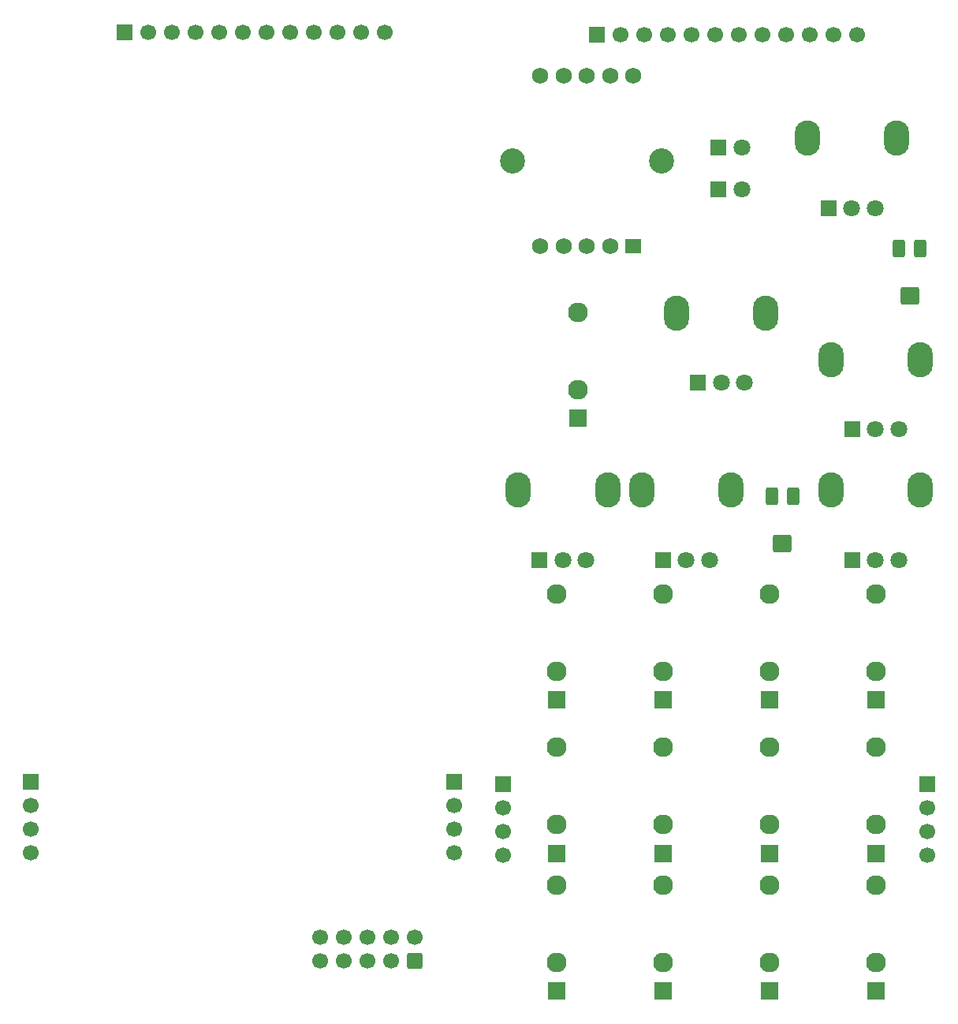
<source format=gbr>
%TF.GenerationSoftware,KiCad,Pcbnew,9.0.6*%
%TF.CreationDate,2025-11-20T09:41:43+01:00*%
%TF.ProjectId,Th-555-biondo,54682d35-3535-42d6-9269-6f6e646f2e6b,rev?*%
%TF.SameCoordinates,Original*%
%TF.FileFunction,Soldermask,Top*%
%TF.FilePolarity,Negative*%
%FSLAX46Y46*%
G04 Gerber Fmt 4.6, Leading zero omitted, Abs format (unit mm)*
G04 Created by KiCad (PCBNEW 9.0.6) date 2025-11-20 09:41:43*
%MOMM*%
%LPD*%
G01*
G04 APERTURE LIST*
G04 Aperture macros list*
%AMRoundRect*
0 Rectangle with rounded corners*
0 $1 Rounding radius*
0 $2 $3 $4 $5 $6 $7 $8 $9 X,Y pos of 4 corners*
0 Add a 4 corners polygon primitive as box body*
4,1,4,$2,$3,$4,$5,$6,$7,$8,$9,$2,$3,0*
0 Add four circle primitives for the rounded corners*
1,1,$1+$1,$2,$3*
1,1,$1+$1,$4,$5*
1,1,$1+$1,$6,$7*
1,1,$1+$1,$8,$9*
0 Add four rect primitives between the rounded corners*
20,1,$1+$1,$2,$3,$4,$5,0*
20,1,$1+$1,$4,$5,$6,$7,0*
20,1,$1+$1,$6,$7,$8,$9,0*
20,1,$1+$1,$8,$9,$2,$3,0*%
G04 Aperture macros list end*
%ADD10R,1.930000X1.830000*%
%ADD11C,2.130000*%
%ADD12O,2.720000X3.786000*%
%ADD13R,1.800000X1.800000*%
%ADD14C,1.800000*%
%ADD15RoundRect,0.250000X-0.400000X-0.700000X0.400000X-0.700000X0.400000X0.700000X-0.400000X0.700000X0*%
%ADD16RoundRect,0.250000X-0.750000X-0.700000X0.750000X-0.700000X0.750000X0.700000X-0.750000X0.700000X0*%
%ADD17R,1.700000X1.700000*%
%ADD18C,1.700000*%
%ADD19C,2.700000*%
%ADD20C,1.750000*%
%ADD21R,1.750000X1.524000*%
%ADD22RoundRect,0.250000X0.600000X-0.600000X0.600000X0.600000X-0.600000X0.600000X-0.600000X-0.600000X0*%
G04 APERTURE END LIST*
D10*
%TO.C,J6*%
X186050000Y-113250000D03*
D11*
X186050000Y-101850000D03*
X186050000Y-110150000D03*
%TD*%
D10*
%TO.C,J3*%
X163216666Y-113250000D03*
D11*
X163216666Y-101850000D03*
X163216666Y-110150000D03*
%TD*%
D12*
%TO.C,RV2*%
X181200000Y-76720000D03*
X190800000Y-76720000D03*
D13*
X183500000Y-84220000D03*
D14*
X186000000Y-84220000D03*
X188500000Y-84220000D03*
%TD*%
D10*
%TO.C,J2*%
X154050000Y-83030000D03*
D11*
X154050000Y-71630000D03*
X154050000Y-79930000D03*
%TD*%
D12*
%TO.C,RV6*%
X160900000Y-90750000D03*
X170500000Y-90750000D03*
D13*
X163200000Y-98250000D03*
D14*
X165700000Y-98250000D03*
X168200000Y-98250000D03*
%TD*%
D10*
%TO.C,J10*%
X163216666Y-129750000D03*
D11*
X163216666Y-118350000D03*
X163216666Y-126650000D03*
%TD*%
D10*
%TO.C,J12*%
X174633332Y-129750000D03*
D11*
X174633332Y-118350000D03*
X174633332Y-126650000D03*
%TD*%
D10*
%TO.C,J8*%
X151800000Y-129750000D03*
D11*
X151800000Y-118350000D03*
X151800000Y-126650000D03*
%TD*%
D15*
%TO.C,RV4*%
X190820000Y-64810000D03*
D16*
X189670000Y-69910000D03*
D15*
X188520000Y-64810000D03*
%TD*%
D10*
%TO.C,J11*%
X186050000Y-129750000D03*
D11*
X186050000Y-118350000D03*
X186050000Y-126650000D03*
%TD*%
D10*
%TO.C,J13*%
X163216666Y-144499999D03*
D11*
X163216666Y-133099999D03*
X163216666Y-141399999D03*
%TD*%
D12*
%TO.C,RV7*%
X181200000Y-90750000D03*
X190800000Y-90750000D03*
D13*
X183500000Y-98250000D03*
D14*
X186000000Y-98250000D03*
X188500000Y-98250000D03*
%TD*%
D13*
%TO.C,D4*%
X169110000Y-58440000D03*
D14*
X171650000Y-58440000D03*
%TD*%
D10*
%TO.C,J14*%
X151800000Y-144499999D03*
D11*
X151800000Y-133099999D03*
X151800000Y-141399999D03*
%TD*%
D12*
%TO.C,RV5*%
X147650000Y-90750000D03*
X157250000Y-90750000D03*
D13*
X149950000Y-98250000D03*
D14*
X152450000Y-98250000D03*
X154950000Y-98250000D03*
%TD*%
D10*
%TO.C,J4*%
X151800000Y-113250000D03*
D11*
X151800000Y-101850000D03*
X151800000Y-110150000D03*
%TD*%
D17*
%TO.C,J9*%
X140800000Y-122000000D03*
D18*
X140800000Y-124540000D03*
X140800000Y-127080000D03*
X140800000Y-129620000D03*
%TD*%
D19*
%TO.C,SW1*%
X147000000Y-55400000D03*
X163000000Y-55400000D03*
D20*
X160000000Y-46250000D03*
D21*
X160000000Y-64550000D03*
D20*
X157500000Y-64550000D03*
X155000000Y-64550000D03*
X152500000Y-64550000D03*
X150000000Y-64550000D03*
X150000000Y-46250000D03*
X152500000Y-46250000D03*
X155000000Y-46250000D03*
X157500000Y-46250000D03*
%TD*%
D15*
%TO.C,RV15*%
X177160000Y-91410000D03*
D16*
X176010000Y-96510000D03*
D15*
X174860000Y-91410000D03*
%TD*%
D17*
%TO.C,J7*%
X95300000Y-122000000D03*
D18*
X95300000Y-124540000D03*
X95300000Y-127080000D03*
X95300000Y-129620000D03*
%TD*%
D10*
%TO.C,J15*%
X174633332Y-144499999D03*
D11*
X174633332Y-133099999D03*
X174633332Y-141399999D03*
%TD*%
D17*
%TO.C,J1*%
X105375000Y-41620000D03*
D18*
X107915000Y-41620000D03*
X110455000Y-41620000D03*
X112995000Y-41620000D03*
X115535000Y-41620000D03*
X118075000Y-41620000D03*
X120615000Y-41620000D03*
X123155000Y-41620000D03*
X125695000Y-41620000D03*
X128235000Y-41620000D03*
X130775000Y-41620000D03*
X133315000Y-41620000D03*
%TD*%
D10*
%TO.C,J5*%
X174633332Y-113250000D03*
D11*
X174633332Y-101850000D03*
X174633332Y-110150000D03*
%TD*%
D10*
%TO.C,J16*%
X186050000Y-144499999D03*
D11*
X186050000Y-133099999D03*
X186050000Y-141399999D03*
%TD*%
D13*
%TO.C,D3*%
X169120000Y-53950000D03*
D14*
X171660000Y-53950000D03*
%TD*%
D12*
%TO.C,RV3*%
X164640000Y-71720000D03*
X174240000Y-71720000D03*
D13*
X166940000Y-79220000D03*
D14*
X169440000Y-79220000D03*
X171940000Y-79220000D03*
%TD*%
D12*
%TO.C,RV1*%
X178680000Y-52960000D03*
X188280000Y-52960000D03*
D13*
X180980000Y-60460000D03*
D14*
X183480000Y-60460000D03*
X185980000Y-60460000D03*
%TD*%
D17*
%TO.C,J18*%
X191550000Y-122270000D03*
D18*
X191550000Y-124810000D03*
X191550000Y-127350000D03*
X191550000Y-129890000D03*
%TD*%
D22*
%TO.C,J20*%
X136500000Y-141250000D03*
D18*
X136500000Y-138710000D03*
X133960000Y-141250000D03*
X133960000Y-138710000D03*
X131420000Y-141250000D03*
X131420000Y-138710000D03*
X128880000Y-141250000D03*
X128880000Y-138710000D03*
X126340000Y-141250000D03*
X126340000Y-138710000D03*
%TD*%
D17*
%TO.C,J17*%
X156100000Y-41890000D03*
D18*
X158640000Y-41890000D03*
X161180000Y-41890000D03*
X163720000Y-41890000D03*
X166260000Y-41890000D03*
X168800000Y-41890000D03*
X171340000Y-41890000D03*
X173880000Y-41890000D03*
X176420000Y-41890000D03*
X178960000Y-41890000D03*
X181500000Y-41890000D03*
X184040000Y-41890000D03*
%TD*%
D17*
%TO.C,J19*%
X146050000Y-122270000D03*
D18*
X146050000Y-124810000D03*
X146050000Y-127350000D03*
X146050000Y-129890000D03*
%TD*%
M02*

</source>
